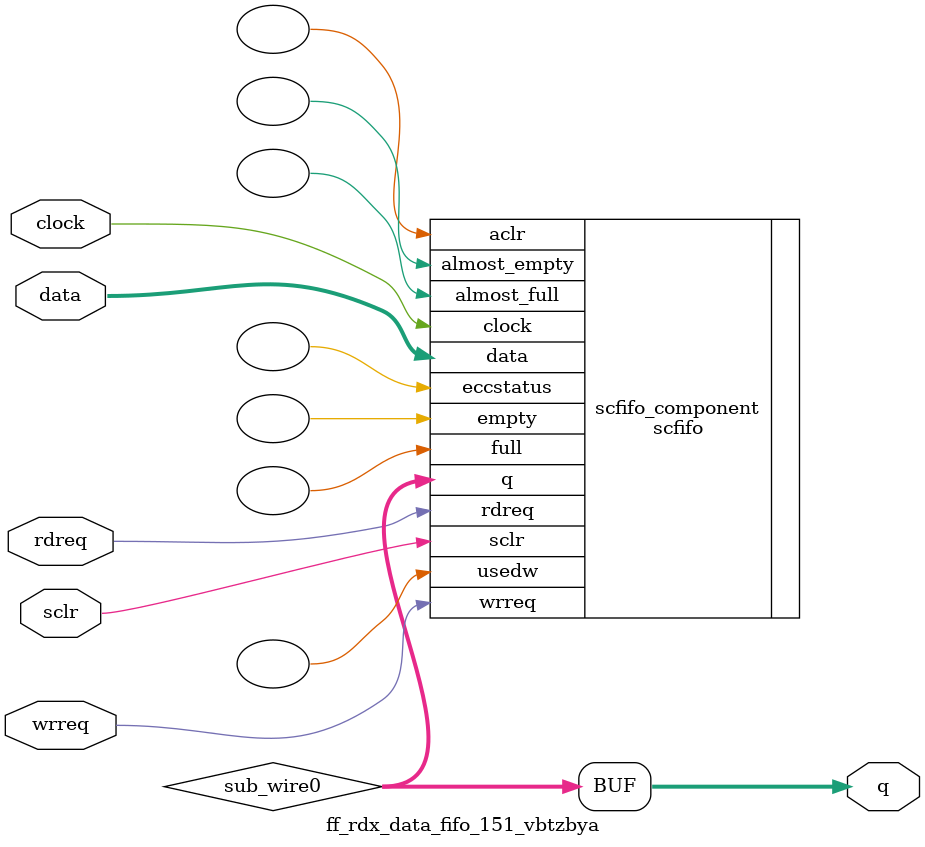
<source format=v>



`timescale 1 ps / 1 ps
// synopsys translate_on
module  ff_rdx_data_fifo_151_vbtzbya  (
    clock,
    data,
    rdreq,
    sclr,
    wrreq,
    q);

    input    clock;
    input  [35:0]  data;
    input    rdreq;
    input    sclr;
    input    wrreq;
    output [35:0]  q;

    wire [35:0] sub_wire0;
    wire [35:0] q = sub_wire0[35:0];

    scfifo  scfifo_component (
                .clock (clock),
                .data (data),
                .rdreq (rdreq),
                .sclr (sclr),
                .wrreq (wrreq),
                .q (sub_wire0),
                .aclr (),
                .almost_empty (),
                .almost_full (),
                .eccstatus (),
                .empty (),
                .full (),
                .usedw ());
    defparam
        scfifo_component.add_ram_output_register  = "OFF",
        scfifo_component.enable_ecc  = "FALSE",
        scfifo_component.intended_device_family  = "Arria 10",
        scfifo_component.lpm_hint  = "DISABLE_DCFIFO_EMBEDDED_TIMING_CONSTRAINT=TRUE",
        scfifo_component.lpm_numwords  = 64,
        scfifo_component.lpm_showahead  = "OFF",
        scfifo_component.lpm_type  = "scfifo",
        scfifo_component.lpm_width  = 36,
        scfifo_component.lpm_widthu  = 6,
        scfifo_component.overflow_checking  = "ON",
        scfifo_component.underflow_checking  = "ON",
        scfifo_component.use_eab  = "ON";


endmodule



</source>
